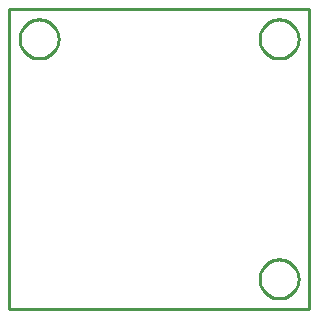
<source format=gbr>
G04 EAGLE Gerber RS-274X export*
G75*
%MOMM*%
%FSLAX34Y34*%
%LPD*%
%IN*%
%IPPOS*%
%AMOC8*
5,1,8,0,0,1.08239X$1,22.5*%
G01*
%ADD10C,0.254000*%


D10*
X0Y0D02*
X254000Y0D01*
X254000Y254000D01*
X0Y254000D01*
X0Y0D01*
X41910Y228060D02*
X41839Y226981D01*
X41698Y225909D01*
X41487Y224849D01*
X41208Y223805D01*
X40860Y222781D01*
X40446Y221783D01*
X39968Y220813D01*
X39428Y219877D01*
X38827Y218978D01*
X38169Y218121D01*
X37457Y217308D01*
X36692Y216544D01*
X35879Y215831D01*
X35022Y215173D01*
X34123Y214572D01*
X33187Y214032D01*
X32217Y213554D01*
X31219Y213140D01*
X30195Y212792D01*
X29151Y212513D01*
X28091Y212302D01*
X27019Y212161D01*
X25940Y212090D01*
X24860Y212090D01*
X23781Y212161D01*
X22709Y212302D01*
X21649Y212513D01*
X20605Y212792D01*
X19581Y213140D01*
X18583Y213554D01*
X17613Y214032D01*
X16677Y214572D01*
X15778Y215173D01*
X14921Y215831D01*
X14108Y216544D01*
X13344Y217308D01*
X12631Y218121D01*
X11973Y218978D01*
X11372Y219877D01*
X10832Y220813D01*
X10354Y221783D01*
X9940Y222781D01*
X9592Y223805D01*
X9313Y224849D01*
X9102Y225909D01*
X8961Y226981D01*
X8890Y228060D01*
X8890Y229140D01*
X8961Y230219D01*
X9102Y231291D01*
X9313Y232351D01*
X9592Y233395D01*
X9940Y234419D01*
X10354Y235417D01*
X10832Y236387D01*
X11372Y237323D01*
X11973Y238222D01*
X12631Y239079D01*
X13344Y239892D01*
X14108Y240657D01*
X14921Y241369D01*
X15778Y242027D01*
X16677Y242628D01*
X17613Y243168D01*
X18583Y243646D01*
X19581Y244060D01*
X20605Y244408D01*
X21649Y244687D01*
X22709Y244898D01*
X23781Y245039D01*
X24860Y245110D01*
X25940Y245110D01*
X27019Y245039D01*
X28091Y244898D01*
X29151Y244687D01*
X30195Y244408D01*
X31219Y244060D01*
X32217Y243646D01*
X33187Y243168D01*
X34123Y242628D01*
X35022Y242027D01*
X35879Y241369D01*
X36692Y240657D01*
X37457Y239892D01*
X38169Y239079D01*
X38827Y238222D01*
X39428Y237323D01*
X39968Y236387D01*
X40446Y235417D01*
X40860Y234419D01*
X41208Y233395D01*
X41487Y232351D01*
X41698Y231291D01*
X41839Y230219D01*
X41910Y229140D01*
X41910Y228060D01*
X245110Y228060D02*
X245039Y226981D01*
X244898Y225909D01*
X244687Y224849D01*
X244408Y223805D01*
X244060Y222781D01*
X243646Y221783D01*
X243168Y220813D01*
X242628Y219877D01*
X242027Y218978D01*
X241369Y218121D01*
X240657Y217308D01*
X239892Y216544D01*
X239079Y215831D01*
X238222Y215173D01*
X237323Y214572D01*
X236387Y214032D01*
X235417Y213554D01*
X234419Y213140D01*
X233395Y212792D01*
X232351Y212513D01*
X231291Y212302D01*
X230219Y212161D01*
X229140Y212090D01*
X228060Y212090D01*
X226981Y212161D01*
X225909Y212302D01*
X224849Y212513D01*
X223805Y212792D01*
X222781Y213140D01*
X221783Y213554D01*
X220813Y214032D01*
X219877Y214572D01*
X218978Y215173D01*
X218121Y215831D01*
X217308Y216544D01*
X216544Y217308D01*
X215831Y218121D01*
X215173Y218978D01*
X214572Y219877D01*
X214032Y220813D01*
X213554Y221783D01*
X213140Y222781D01*
X212792Y223805D01*
X212513Y224849D01*
X212302Y225909D01*
X212161Y226981D01*
X212090Y228060D01*
X212090Y229140D01*
X212161Y230219D01*
X212302Y231291D01*
X212513Y232351D01*
X212792Y233395D01*
X213140Y234419D01*
X213554Y235417D01*
X214032Y236387D01*
X214572Y237323D01*
X215173Y238222D01*
X215831Y239079D01*
X216544Y239892D01*
X217308Y240657D01*
X218121Y241369D01*
X218978Y242027D01*
X219877Y242628D01*
X220813Y243168D01*
X221783Y243646D01*
X222781Y244060D01*
X223805Y244408D01*
X224849Y244687D01*
X225909Y244898D01*
X226981Y245039D01*
X228060Y245110D01*
X229140Y245110D01*
X230219Y245039D01*
X231291Y244898D01*
X232351Y244687D01*
X233395Y244408D01*
X234419Y244060D01*
X235417Y243646D01*
X236387Y243168D01*
X237323Y242628D01*
X238222Y242027D01*
X239079Y241369D01*
X239892Y240657D01*
X240657Y239892D01*
X241369Y239079D01*
X242027Y238222D01*
X242628Y237323D01*
X243168Y236387D01*
X243646Y235417D01*
X244060Y234419D01*
X244408Y233395D01*
X244687Y232351D01*
X244898Y231291D01*
X245039Y230219D01*
X245110Y229140D01*
X245110Y228060D01*
X245110Y24860D02*
X245039Y23781D01*
X244898Y22709D01*
X244687Y21649D01*
X244408Y20605D01*
X244060Y19581D01*
X243646Y18583D01*
X243168Y17613D01*
X242628Y16677D01*
X242027Y15778D01*
X241369Y14921D01*
X240657Y14108D01*
X239892Y13344D01*
X239079Y12631D01*
X238222Y11973D01*
X237323Y11372D01*
X236387Y10832D01*
X235417Y10354D01*
X234419Y9940D01*
X233395Y9592D01*
X232351Y9313D01*
X231291Y9102D01*
X230219Y8961D01*
X229140Y8890D01*
X228060Y8890D01*
X226981Y8961D01*
X225909Y9102D01*
X224849Y9313D01*
X223805Y9592D01*
X222781Y9940D01*
X221783Y10354D01*
X220813Y10832D01*
X219877Y11372D01*
X218978Y11973D01*
X218121Y12631D01*
X217308Y13344D01*
X216544Y14108D01*
X215831Y14921D01*
X215173Y15778D01*
X214572Y16677D01*
X214032Y17613D01*
X213554Y18583D01*
X213140Y19581D01*
X212792Y20605D01*
X212513Y21649D01*
X212302Y22709D01*
X212161Y23781D01*
X212090Y24860D01*
X212090Y25940D01*
X212161Y27019D01*
X212302Y28091D01*
X212513Y29151D01*
X212792Y30195D01*
X213140Y31219D01*
X213554Y32217D01*
X214032Y33187D01*
X214572Y34123D01*
X215173Y35022D01*
X215831Y35879D01*
X216544Y36692D01*
X217308Y37457D01*
X218121Y38169D01*
X218978Y38827D01*
X219877Y39428D01*
X220813Y39968D01*
X221783Y40446D01*
X222781Y40860D01*
X223805Y41208D01*
X224849Y41487D01*
X225909Y41698D01*
X226981Y41839D01*
X228060Y41910D01*
X229140Y41910D01*
X230219Y41839D01*
X231291Y41698D01*
X232351Y41487D01*
X233395Y41208D01*
X234419Y40860D01*
X235417Y40446D01*
X236387Y39968D01*
X237323Y39428D01*
X238222Y38827D01*
X239079Y38169D01*
X239892Y37457D01*
X240657Y36692D01*
X241369Y35879D01*
X242027Y35022D01*
X242628Y34123D01*
X243168Y33187D01*
X243646Y32217D01*
X244060Y31219D01*
X244408Y30195D01*
X244687Y29151D01*
X244898Y28091D01*
X245039Y27019D01*
X245110Y25940D01*
X245110Y24860D01*
M02*

</source>
